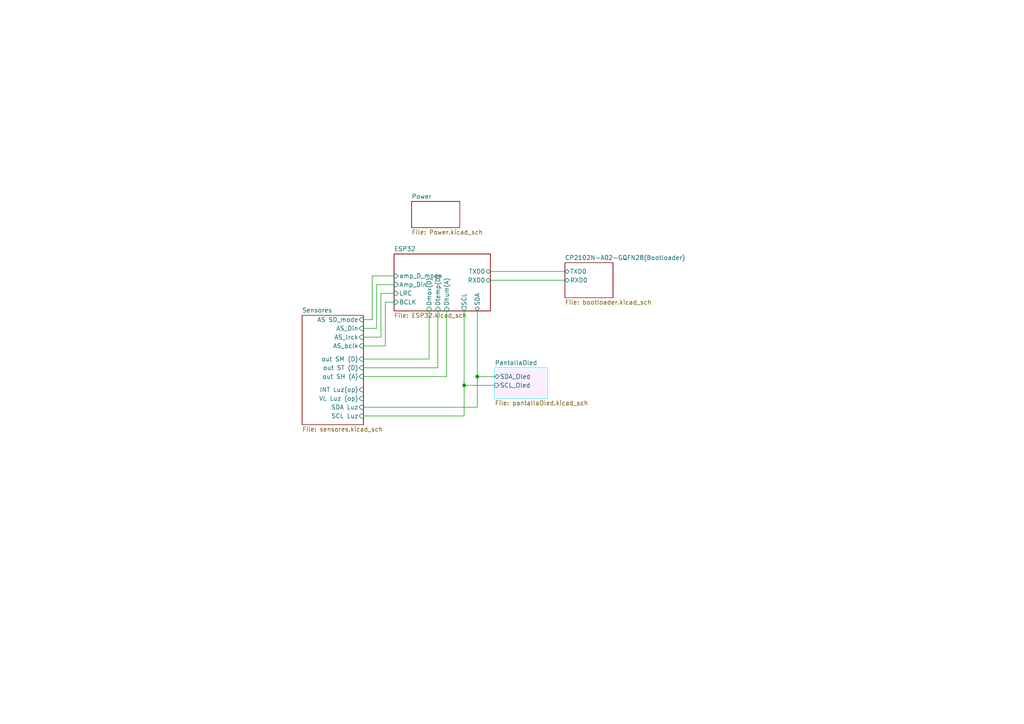
<source format=kicad_sch>
(kicad_sch (version 20211123) (generator eeschema)
  (paper "A4")
  (lib_symbols)
  (junction (at 134.62 111.76))
  (junction (at 138.43 109.22))
  (wire (pts (xy 124.46 104.14) (xy 124.46 90.17)))
  (wire (pts (xy 134.62 111.76) (xy 134.62 120.65)))
  (wire (pts (xy 107.95 92.71) (xy 107.95 80.01)))
  (wire (pts (xy 143.51 111.76) (xy 134.62 111.76)))
  (wire (pts (xy 109.22 95.25) (xy 109.22 82.55)))
  (wire (pts (xy 111.76 87.63) (xy 114.3 87.63)))
  (wire (pts (xy 105.41 97.79) (xy 110.49 97.79)))
  (wire (pts (xy 129.54 109.22) (xy 129.54 90.17)))
  (wire (pts (xy 138.43 118.11) (xy 138.43 109.22)))
  (wire (pts (xy 110.49 97.79) (xy 110.49 85.09)))
  (wire (pts (xy 105.41 118.11) (xy 138.43 118.11)))
  (wire (pts (xy 105.41 109.22) (xy 129.54 109.22)))
  (wire (pts (xy 110.49 85.09) (xy 114.3 85.09)))
  (wire (pts (xy 105.41 92.71) (xy 107.95 92.71)))
  (wire (pts (xy 105.41 104.14) (xy 124.46 104.14)))
  (wire (pts (xy 105.41 95.25) (xy 109.22 95.25)))
  (wire (pts (xy 105.41 100.33) (xy 111.76 100.33)))
  (wire (pts (xy 107.95 80.01) (xy 114.3 80.01)))
  (wire (pts (xy 127 106.68) (xy 105.41 106.68)))
  (wire (pts (xy 105.41 120.65) (xy 134.62 120.65)))
  (wire (pts (xy 111.76 100.33) (xy 111.76 87.63)))
  (wire (pts (xy 127 90.17) (xy 127 106.68)))
  (wire (pts (xy 109.22 82.55) (xy 114.3 82.55)))
  (wire (pts (xy 138.43 109.22) (xy 138.43 90.17)))
  (wire (pts (xy 142.24 81.28) (xy 163.83 81.28)))
  (wire (pts (xy 134.62 90.17) (xy 134.62 111.76)))
  (wire (pts (xy 142.24 78.74) (xy 163.83 78.74)))
  (wire (pts (xy 143.51 109.22) (xy 138.43 109.22)))
  (sheet (at 143.51 106.68) (size 15.24 8.89) (stroke (width 0.1524) (color 50 226 255 1)) (fill (color 252 238 255 1.0000))
    (property "Sheet name" "PantallaOled" (at 143.51 105.9684 0) (effects (justify left bottom)))
    (property "Sheet file" "pantallaOled.kicad_sch" (at 143.51 116.1546 0) (effects (justify left top)))
    (pin "SCL_Oled" input (at 143.51 111.76 180))
    (pin "SDA_Oled" bidirectional (at 143.51 109.22 180))
  )
  (sheet (at 119.38 58.42) (size 13.97 7.62) (stroke (width 0.1524))
    (property "Sheet name" "Power" (at 119.38 57.7084 0) (effects (justify left bottom)))
    (property "Sheet file" "Power.kicad_sch" (at 119.38 66.6246 0) (effects (justify left top)))
  )
  (sheet (at 87.63 91.44) (size 17.78 31.75) (stroke (width 0.1524))
    (property "Sheet name" "Sensores" (at 87.63 90.7284 0) (effects (justify left bottom)))
    (property "Sheet file" "sensores.kicad_sch" (at 87.63 123.7746 0) (effects (justify left top)))
    (pin "AS SD_mode" input (at 105.41 92.71 0))
    (pin "AS_lrck" input (at 105.41 97.79 0))
    (pin "AS_bclk" input (at 105.41 100.33 0))
    (pin "out SM (D)" input (at 105.41 104.14 0))
    (pin "out SH (A)" input (at 105.41 109.22 0))
    (pin "INT Luz(op)" input (at 105.41 113.03 0))
    (pin "SCL Luz" input (at 105.41 120.65 0))
    (pin "SDA Luz" input (at 105.41 118.11 0))
    (pin "VL Luz (op)" input (at 105.41 115.57 0))
    (pin "out ST (D)" input (at 105.41 106.68 0))
    (pin "AS_Din" input (at 105.41 95.25 0))
  )
  (sheet (at 114.3 73.66) (size 27.94 16.51) (stroke (width 0.1524))
    (property "Sheet name" "ESP32" (at 114.3 72.9484 0) (effects (justify left bottom)))
    (property "Sheet file" "ESP32.kicad_sch" (at 114.3 90.7546 0) (effects (justify left top)))
    (pin "TXD0" bidirectional (at 142.24 78.74 0))
    (pin "RXD0" bidirectional (at 142.24 81.28 0))
    (pin "SDA" bidirectional (at 138.43 90.17 270))
    (pin "SCL" output (at 134.62 90.17 270))
    (pin "BCLK" input (at 114.3 87.63 180))
    (pin "LRC" input (at 114.3 85.09 180))
    (pin "amp_D_mode" input (at 114.3 80.01 180))
    (pin "Amp_Din" input (at 114.3 82.55 180))
    (pin "Dmov(D)" input (at 124.46 90.17 270))
    (pin "Dhum(A)" input (at 129.54 90.17 270))
    (pin "Dtemp(D)" input (at 127 90.17 270))
  )
  (sheet (at 163.83 76.2) (size 13.97 10.16) (stroke (width 0.1524))
    (property "Sheet name" "CP2102N-A02-GQFN28(Bootloader)" (at 163.83 75.4884 0) (effects (justify left bottom)))
    (property "Sheet file" "bootloader.kicad_sch" (at 163.83 86.9446 0) (effects (justify left top)))
    (pin "TXD0" bidirectional (at 163.83 78.74 180))
    (pin "RXD0" bidirectional (at 163.83 81.28 180))
  )
)
</source>
